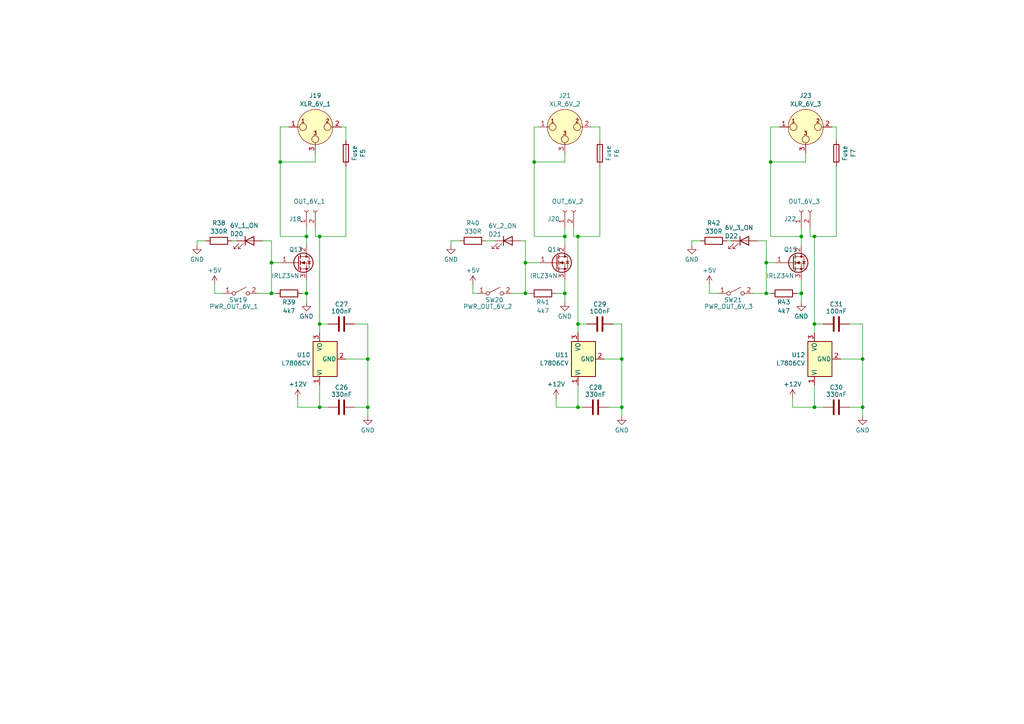
<source format=kicad_sch>
(kicad_sch (version 20231120) (generator "eeschema") (generator_version "8.0")
  (paper "A4")
  (lib_symbols
    (symbol "Connector:Conn_01x02_Socket" (pin_names (offset 1.016) hide)
      (property "Reference" "J" (at 0 2.54 0))
      (property "Value" "Conn_01x02_Socket" (at 0 -5.08 0))
      (symbol "Conn_01x02_Socket_1_1"
        (arc (start 0 -2.032) (mid -0.5058 -2.54) (end 0 -3.048) (stroke (width 0.1524)))
        (polyline (pts (xy -1.27 -2.54) (xy -0.508 -2.54)) (stroke (width 0.1524)))
        (polyline (pts (xy -1.27 0) (xy -0.508 0)) (stroke (width 0.1524)))
        (arc (start 0 0.508) (mid -0.5058 0) (end 0 -0.508) (stroke (width 0.1524)))
        (pin passive line (at -5.08 0 0) (length 3.81) (name "Pin_1") (number "1"))
        (pin passive line (at -5.08 -2.54 0) (length 3.81) (name "Pin_2") (number "2"))
      )
    )
    (symbol "Connector_Audio:XLR3" (pin_names hide)
      (property "Reference" "J" (at 0 8.89 0))
      (property "Value" "XLR3" (at 0 6.35 0))
      (symbol "XLR3_0_1"
        (circle (center -3.556 0) (radius 1.016))
        (circle (center 0 -3.556) (radius 1.016))
        (polyline (pts (xy -5.08 0) (xy -4.572 0)))
        (polyline (pts (xy 0 -5.08) (xy 0 -4.572)))
        (polyline (pts (xy 5.08 0) (xy 4.572 0)))
        (circle (center 0 0) (radius 5.08) (fill (type background)))
        (circle (center 3.556 0) (radius 1.016))
        (text "1" (at -3.556 1.778 0) (effects (font (size 1.016 1.016) (bold yes))))
        (text "2" (at 3.556 1.778 0) (effects (font (size 1.016 1.016) (bold yes))))
        (text "3" (at 0 -1.778 0) (effects (font (size 1.016 1.016) (bold yes))))
        (pin passive line (at -7.62 0 0) (length 2.54) (name "~") (number "1"))
        (pin passive line (at 7.62 0 180) (length 2.54) (name "~") (number "2"))
        (pin passive line (at 0 -7.62 90) (length 2.54) (name "~") (number "3"))
      )
    )
    (symbol "Device:C" (pin_numbers hide) (pin_names (offset 0.254))
      (property "Reference" "C" (at 0.635 2.54 0))
      (property "Value" "C" (at 0.635 -2.54 0))
      (symbol "C_0_1"
        (polyline (pts (xy -2.032 -0.762) (xy 2.032 -0.762)) (stroke (width 0.508)))
        (polyline (pts (xy -2.032 0.762) (xy 2.032 0.762)) (stroke (width 0.508)))
      )
      (symbol "C_1_1"
        (pin passive line (at 0 3.81 270) (length 2.794) (name "~") (number "1"))
        (pin passive line (at 0 -3.81 90) (length 2.794) (name "~") (number "2"))
      )
    )
    (symbol "Device:Fuse" (pin_numbers hide) (pin_names (offset 0))
      (property "Reference" "F" (at 2.032 0 90))
      (property "Value" "Fuse" (at -1.905 0 90))
      (symbol "Fuse_0_1"
        (rectangle (start -0.762 -2.54) (end 0.762 2.54) (stroke (width 0.254)))
        (polyline (pts (xy 0 2.54) (xy 0 -2.54)))
      )
      (symbol "Fuse_1_1"
        (pin passive line (at 0 3.81 270) (length 1.27) (name "~") (number "1"))
        (pin passive line (at 0 -3.81 90) (length 1.27) (name "~") (number "2"))
      )
    )
    (symbol "Device:LED" (pin_numbers hide) (pin_names (offset 1.016) hide)
      (property "Reference" "D" (at 0 2.54 0))
      (property "Value" "LED" (at 0 -2.54 0))
      (symbol "LED_0_1"
        (polyline (pts (xy -1.27 -1.27) (xy -1.27 1.27)) (stroke (width 0.254)))
        (polyline (pts (xy -1.27 0) (xy 1.27 0)))
        (polyline (pts (xy 1.27 -1.27) (xy 1.27 1.27) (xy -1.27 0) (xy 1.27 -1.27)) (stroke (width 0.254)))
        (polyline (pts (xy -3.048 -0.762) (xy -4.572 -2.286) (xy -3.81 -2.286) (xy -4.572 -2.286) (xy -4.572 -1.524)))
        (polyline (pts (xy -1.778 -0.762) (xy -3.302 -2.286) (xy -2.54 -2.286) (xy -3.302 -2.286) (xy -3.302 -1.524)))
      )
      (symbol "LED_1_1"
        (pin passive line (at -3.81 0 0) (length 2.54) (name "K") (number "1"))
        (pin passive line (at 3.81 0 180) (length 2.54) (name "A") (number "2"))
      )
    )
    (symbol "Device:R" (pin_numbers hide) (pin_names (offset 0))
      (property "Reference" "R" (at 2.032 0 90))
      (property "Value" "R" (at 0 0 90))
      (symbol "R_0_1"
        (rectangle (start -1.016 -2.54) (end 1.016 2.54) (stroke (width 0.254)))
      )
      (symbol "R_1_1"
        (pin passive line (at 0 3.81 270) (length 1.27) (name "~") (number "1"))
        (pin passive line (at 0 -3.81 90) (length 1.27) (name "~") (number "2"))
      )
    )
    (symbol "Regulator_Linear:LM7806_TO220" (pin_names (offset 0.254))
      (property "Reference" "U" (at -3.81 3.175 0))
      (property "Value" "LM7806_TO220" (at 0 3.175 0))
      (symbol "LM7806_TO220_0_1"
        (rectangle (start -5.08 1.905) (end 5.08 -5.08) (stroke (width 0.254)) (fill (type background)))
      )
      (symbol "LM7806_TO220_1_1"
        (pin power_in line (at -7.62 0 0) (length 2.54) (name "VI") (number "1"))
        (pin power_in line (at 0 -7.62 90) (length 2.54) (name "GND") (number "2"))
        (pin power_out line (at 7.62 0 180) (length 2.54) (name "VO") (number "3"))
      )
    )
    (symbol "Switch:SW_SPST" (pin_names (offset 0) hide)
      (property "Reference" "SW" (at 0 3.175 0))
      (property "Value" "SW_SPST" (at 0 -2.54 0))
      (symbol "SW_SPST_0_0"
        (circle (center -2.032 0) (radius 0.508))
        (polyline (pts (xy -1.524 0.254) (xy 1.524 1.778)))
        (circle (center 2.032 0) (radius 0.508))
      )
      (symbol "SW_SPST_1_1"
        (pin passive line (at -5.08 0 0) (length 2.54) (name "A") (number "1"))
        (pin passive line (at 5.08 0 180) (length 2.54) (name "B") (number "2"))
      )
    )
    (symbol "Transistor_FET:IRLZ34N" (pin_names hide)
      (property "Reference" "Q" (at 5.08 1.905 0))
      (property "Value" "IRLZ34N" (at 5.08 0 0))
      (symbol "IRLZ34N_0_1"
        (polyline (pts (xy 0.254 0) (xy -2.54 0)))
        (polyline (pts (xy 0.254 1.905) (xy 0.254 -1.905)) (stroke (width 0.254)))
        (polyline (pts (xy 0.762 -1.27) (xy 0.762 -2.286)) (stroke (width 0.254)))
        (polyline (pts (xy 0.762 0.508) (xy 0.762 -0.508)) (stroke (width 0.254)))
        (polyline (pts (xy 0.762 2.286) (xy 0.762 1.27)) (stroke (width 0.254)))
        (polyline (pts (xy 2.54 2.54) (xy 2.54 1.778)))
        (polyline (pts (xy 2.54 -2.54) (xy 2.54 0) (xy 0.762 0)))
        (polyline (pts (xy 0.762 -1.778) (xy 3.302 -1.778) (xy 3.302 1.778) (xy 0.762 1.778)))
        (polyline (pts (xy 1.016 0) (xy 2.032 0.381) (xy 2.032 -0.381) (xy 1.016 0)) (fill (type outline)))
        (polyline (pts (xy 2.794 0.508) (xy 2.921 0.381) (xy 3.683 0.381) (xy 3.81 0.254)))
        (polyline (pts (xy 3.302 0.381) (xy 2.921 -0.254) (xy 3.683 -0.254) (xy 3.302 0.381)))
        (circle (center 1.651 0) (radius 2.794) (stroke (width 0.254)))
        (circle (center 2.54 -1.778) (radius 0.254) (fill (type outline)))
        (circle (center 2.54 1.778) (radius 0.254) (fill (type outline)))
      )
      (symbol "IRLZ34N_1_1"
        (pin input line (at -5.08 0 0) (length 2.54) (name "G") (number "1"))
        (pin passive line (at 2.54 5.08 270) (length 2.54) (name "D") (number "2"))
        (pin passive line (at 2.54 -5.08 90) (length 2.54) (name "S") (number "3"))
      )
    )
    (symbol "power:+12V" (power) (pin_names (offset 0))
      (property "Value" "+12V" (at 0 3.556 0))
      (symbol "+12V_0_1"
        (polyline (pts (xy -0.762 1.27) (xy 0 2.54)))
        (polyline (pts (xy 0 0) (xy 0 2.54)))
        (polyline (pts (xy 0 2.54) (xy 0.762 1.27)))
      )
      (symbol "+12V_1_1"
        (pin power_in line (at 0 0 90) (length 0) hide (name "+12V") (number "1"))
      )
    )
    (symbol "power:+5V" (power) (pin_names (offset 0))
      (property "Value" "+5V" (at 0 3.556 0))
      (symbol "+5V_0_1"
        (polyline (pts (xy -0.762 1.27) (xy 0 2.54)))
        (polyline (pts (xy 0 0) (xy 0 2.54)))
        (polyline (pts (xy 0 2.54) (xy 0.762 1.27)))
      )
      (symbol "+5V_1_1"
        (pin power_in line (at 0 0 90) (length 0) hide (name "+5V") (number "1"))
      )
    )
    (symbol "power:GND" (power) (pin_names (offset 0))
      (property "Value" "GND" (at 0 -3.81 0))
      (symbol "GND_0_1"
        (polyline (pts (xy 0 0) (xy 0 -1.27) (xy 1.27 -1.27) (xy 0 -2.54) (xy -1.27 -1.27) (xy 0 -1.27)))
      )
      (symbol "GND_1_1"
        (pin power_in line (at 0 0 270) (length 0) hide (name "GND") (number "1"))
      )
    )
  )
  (junction (at 152.4 85.09))
  (junction (at 163.83 85.09))
  (junction (at 78.74 85.09))
  (junction (at 250.19 118.11))
  (junction (at 180.34 104.14))
  (junction (at 152.4 76.2))
  (junction (at 154.94 46.99))
  (junction (at 167.64 118.11))
  (junction (at 236.22 68.58))
  (junction (at 250.19 104.14))
  (junction (at 223.52 46.99))
  (junction (at 232.41 85.09))
  (junction (at 236.22 93.98))
  (junction (at 222.25 85.09))
  (junction (at 106.68 104.14))
  (junction (at 92.71 118.11))
  (junction (at 167.64 93.98))
  (junction (at 167.64 68.58))
  (junction (at 81.28 46.99))
  (junction (at 92.71 93.98))
  (junction (at 88.9 68.58))
  (junction (at 106.68 118.11))
  (junction (at 232.41 68.58))
  (junction (at 78.74 76.2))
  (junction (at 88.9 85.09))
  (junction (at 180.34 118.11))
  (junction (at 236.22 118.11))
  (junction (at 163.83 68.58))
  (junction (at 92.71 68.58))
  (junction (at 222.25 76.2))
  (wire (pts (xy 223.52 36.83) (xy 226.06 36.83)))
  (wire (pts (xy 92.71 68.58) (xy 91.44 68.58)))
  (wire (pts (xy 233.68 44.45) (xy 233.68 46.99)))
  (wire (pts (xy 163.83 44.45) (xy 163.83 46.99)))
  (wire (pts (xy 57.15 69.85) (xy 57.15 71.12)))
  (wire (pts (xy 87.63 85.09) (xy 88.9 85.09)))
  (wire (pts (xy 78.74 76.2) (xy 78.74 85.09)))
  (wire (pts (xy 91.44 46.99) (xy 81.28 46.99)))
  (wire (pts (xy 88.9 71.12) (xy 88.9 68.58)))
  (wire (pts (xy 250.19 104.14) (xy 250.19 118.11)))
  (wire (pts (xy 236.22 111.76) (xy 236.22 118.11)))
  (wire (pts (xy 102.87 118.11) (xy 106.68 118.11)))
  (wire (pts (xy 250.19 93.98) (xy 246.38 93.98)))
  (wire (pts (xy 234.95 66.04) (xy 234.95 68.58)))
  (wire (pts (xy 232.41 85.09) (xy 232.41 87.63)))
  (wire (pts (xy 163.83 81.28) (xy 163.83 85.09)))
  (wire (pts (xy 242.57 68.58) (xy 242.57 48.26)))
  (wire (pts (xy 219.71 69.85) (xy 222.25 69.85)))
  (wire (pts (xy 233.68 46.99) (xy 223.52 46.99)))
  (wire (pts (xy 167.64 93.98) (xy 170.18 93.98)))
  (wire (pts (xy 250.19 118.11) (xy 250.19 120.65)))
  (wire (pts (xy 100.33 104.14) (xy 106.68 104.14)))
  (wire (pts (xy 236.22 68.58) (xy 242.57 68.58)))
  (wire (pts (xy 106.68 118.11) (xy 106.68 120.65)))
  (wire (pts (xy 140.97 69.85) (xy 143.51 69.85)))
  (wire (pts (xy 106.68 93.98) (xy 102.87 93.98)))
  (wire (pts (xy 130.81 69.85) (xy 130.81 71.12)))
  (wire (pts (xy 224.79 76.2) (xy 222.25 76.2)))
  (wire (pts (xy 232.41 66.04) (xy 232.41 68.58)))
  (wire (pts (xy 81.28 36.83) (xy 83.82 36.83)))
  (wire (pts (xy 223.52 68.58) (xy 223.52 46.99)))
  (wire (pts (xy 92.71 111.76) (xy 92.71 118.11)))
  (wire (pts (xy 78.74 69.85) (xy 78.74 76.2)))
  (wire (pts (xy 92.71 96.52) (xy 92.71 93.98)))
  (wire (pts (xy 173.99 68.58) (xy 173.99 48.26)))
  (wire (pts (xy 203.2 69.85) (xy 200.66 69.85)))
  (wire (pts (xy 163.83 46.99) (xy 154.94 46.99)))
  (wire (pts (xy 138.43 85.09) (xy 137.16 85.09)))
  (wire (pts (xy 152.4 85.09) (xy 153.67 85.09)))
  (wire (pts (xy 236.22 93.98) (xy 238.76 93.98)))
  (wire (pts (xy 180.34 104.14) (xy 180.34 93.98)))
  (wire (pts (xy 246.38 118.11) (xy 250.19 118.11)))
  (wire (pts (xy 243.84 104.14) (xy 250.19 104.14)))
  (wire (pts (xy 210.82 69.85) (xy 212.09 69.85)))
  (wire (pts (xy 92.71 68.58) (xy 100.33 68.58)))
  (wire (pts (xy 88.9 66.04) (xy 88.9 68.58)))
  (wire (pts (xy 154.94 68.58) (xy 154.94 46.99)))
  (wire (pts (xy 152.4 69.85) (xy 152.4 76.2)))
  (wire (pts (xy 106.68 104.14) (xy 106.68 118.11)))
  (wire (pts (xy 151.13 69.85) (xy 152.4 69.85)))
  (wire (pts (xy 171.45 36.83) (xy 173.99 36.83)))
  (wire (pts (xy 148.59 85.09) (xy 152.4 85.09)))
  (wire (pts (xy 234.95 68.58) (xy 236.22 68.58)))
  (wire (pts (xy 91.44 66.04) (xy 91.44 68.58)))
  (wire (pts (xy 161.29 118.11) (xy 167.64 118.11)))
  (wire (pts (xy 229.87 118.11) (xy 236.22 118.11)))
  (wire (pts (xy 92.71 68.58) (xy 92.71 93.98)))
  (wire (pts (xy 218.44 85.09) (xy 222.25 85.09)))
  (wire (pts (xy 166.37 66.04) (xy 166.37 68.58)))
  (wire (pts (xy 223.52 46.99) (xy 223.52 36.83)))
  (wire (pts (xy 92.71 118.11) (xy 95.25 118.11)))
  (wire (pts (xy 81.28 68.58) (xy 81.28 46.99)))
  (wire (pts (xy 200.66 69.85) (xy 200.66 71.12)))
  (wire (pts (xy 236.22 96.52) (xy 236.22 93.98)))
  (wire (pts (xy 173.99 36.83) (xy 173.99 40.64)))
  (wire (pts (xy 250.19 104.14) (xy 250.19 93.98)))
  (wire (pts (xy 231.14 85.09) (xy 232.41 85.09)))
  (wire (pts (xy 62.23 85.09) (xy 62.23 82.55)))
  (wire (pts (xy 88.9 85.09) (xy 88.9 87.63)))
  (wire (pts (xy 106.68 104.14) (xy 106.68 93.98)))
  (wire (pts (xy 76.2 69.85) (xy 78.74 69.85)))
  (wire (pts (xy 154.94 68.58) (xy 163.83 68.58)))
  (wire (pts (xy 88.9 81.28) (xy 88.9 85.09)))
  (wire (pts (xy 176.53 118.11) (xy 180.34 118.11)))
  (wire (pts (xy 229.87 115.57) (xy 229.87 118.11)))
  (wire (pts (xy 223.52 68.58) (xy 232.41 68.58)))
  (wire (pts (xy 167.64 96.52) (xy 167.64 93.98)))
  (wire (pts (xy 92.71 93.98) (xy 95.25 93.98)))
  (wire (pts (xy 175.26 104.14) (xy 180.34 104.14)))
  (wire (pts (xy 167.64 111.76) (xy 167.64 118.11)))
  (wire (pts (xy 205.74 85.09) (xy 205.74 82.55)))
  (wire (pts (xy 167.64 68.58) (xy 167.64 93.98)))
  (wire (pts (xy 236.22 68.58) (xy 236.22 93.98)))
  (wire (pts (xy 180.34 118.11) (xy 180.34 120.65)))
  (wire (pts (xy 67.31 69.85) (xy 68.58 69.85)))
  (wire (pts (xy 156.21 76.2) (xy 152.4 76.2)))
  (wire (pts (xy 163.83 66.04) (xy 163.83 68.58)))
  (wire (pts (xy 163.83 68.58) (xy 163.83 71.12)))
  (wire (pts (xy 64.77 85.09) (xy 62.23 85.09)))
  (wire (pts (xy 154.94 46.99) (xy 154.94 36.83)))
  (wire (pts (xy 161.29 115.57) (xy 161.29 118.11)))
  (wire (pts (xy 86.36 115.57) (xy 86.36 118.11)))
  (wire (pts (xy 180.34 104.14) (xy 180.34 118.11)))
  (wire (pts (xy 167.64 118.11) (xy 168.91 118.11)))
  (wire (pts (xy 74.93 85.09) (xy 78.74 85.09)))
  (wire (pts (xy 161.29 85.09) (xy 163.83 85.09)))
  (wire (pts (xy 222.25 69.85) (xy 222.25 76.2)))
  (wire (pts (xy 59.69 69.85) (xy 57.15 69.85)))
  (wire (pts (xy 167.64 68.58) (xy 173.99 68.58)))
  (wire (pts (xy 152.4 76.2) (xy 152.4 85.09)))
  (wire (pts (xy 78.74 85.09) (xy 80.01 85.09)))
  (wire (pts (xy 88.9 68.58) (xy 81.28 68.58)))
  (wire (pts (xy 232.41 81.28) (xy 232.41 85.09)))
  (wire (pts (xy 100.33 36.83) (xy 100.33 40.64)))
  (wire (pts (xy 208.28 85.09) (xy 205.74 85.09)))
  (wire (pts (xy 91.44 44.45) (xy 91.44 46.99)))
  (wire (pts (xy 232.41 68.58) (xy 232.41 71.12)))
  (wire (pts (xy 99.06 36.83) (xy 100.33 36.83)))
  (wire (pts (xy 242.57 36.83) (xy 242.57 40.64)))
  (wire (pts (xy 241.3 36.83) (xy 242.57 36.83)))
  (wire (pts (xy 180.34 93.98) (xy 177.8 93.98)))
  (wire (pts (xy 222.25 85.09) (xy 223.52 85.09)))
  (wire (pts (xy 236.22 118.11) (xy 238.76 118.11)))
  (wire (pts (xy 137.16 85.09) (xy 137.16 82.55)))
  (wire (pts (xy 163.83 85.09) (xy 163.83 87.63)))
  (wire (pts (xy 222.25 76.2) (xy 222.25 85.09)))
  (wire (pts (xy 81.28 76.2) (xy 78.74 76.2)))
  (wire (pts (xy 86.36 118.11) (xy 92.71 118.11)))
  (wire (pts (xy 154.94 36.83) (xy 156.21 36.83)))
  (wire (pts (xy 81.28 46.99) (xy 81.28 36.83)))
  (wire (pts (xy 166.37 68.58) (xy 167.64 68.58)))
  (wire (pts (xy 100.33 68.58) (xy 100.33 48.26)))
  (wire (pts (xy 133.35 69.85) (xy 130.81 69.85)))
  (symbol (lib_id "power:GND") (at 232.41 87.63 0) (unit 1)
    (property "Reference" "#PWR074" (effects (hide yes)))
    (property "Value" "GND" (at 232.41 91.7631 0))
  )
  (symbol (lib_id "power:+12V") (at 229.87 115.57 0) (unit 1)
    (property "Reference" "#PWR073" (effects (hide yes)))
    (property "Value" "+12V" (at 229.87 111.4369 0))
  )
  (symbol (lib_id "power:GND") (at 180.34 120.65 0) (unit 1)
    (property "Reference" "#PWR070" (effects (hide yes)))
    (property "Value" "GND" (at 180.34 124.7831 0))
  )
  (symbol (lib_id "Transistor_FET:IRLZ34N") (at 229.87 76.2 0) (unit 1)
    (property "Reference" "Q15" (at 227.33 72.39 0) (effects (justify left)))
    (property "Value" "IRLZ34N" (at 222.25 80.01 0) (effects (justify left)))
    (property "Footprint" "Package_TO_SOT_THT:TO-220-3_Vertical" (effects (hide yes)))
    (property "Datasheet" "http://www.infineon.com/dgdl/irlz34npbf.pdf?fileId=5546d462533600a40153567206892720" (effects (hide yes)))
  )
  (symbol (lib_id "power:+12V") (at 86.36 115.57 0) (unit 1)
    (property "Reference" "#PWR063" (effects (hide yes)))
    (property "Value" "+12V" (at 86.36 111.4369 0))
  )
  (symbol (lib_id "power:+5V") (at 62.23 82.55 0) (unit 1)
    (property "Reference" "#PWR062" (effects (hide yes)))
    (property "Value" "+5V" (at 62.23 78.4169 0))
  )
  (symbol (lib_id "Switch:SW_SPST") (at 143.51 85.09 0) (unit 1)
    (property "Reference" "SW20" (at 146.05 86.995 0) (effects (justify right)))
    (property "Value" "PWR_OUT_6V_2" (at 148.59 88.9 0) (effects (justify right)))
    (property "Footprint" "Connector_PinHeader_2.54mm:PinHeader_1x02_P2.54mm_Vertical" (effects (hide yes)))
  )
  (symbol (lib_id "Device:Fuse") (at 173.99 44.45 0) (unit 1) (in_bom no) (on_board no)
    (property "Reference" "F6" (at 178.8963 44.45 90))
    (property "Value" "Fuse" (at 176.4721 44.45 90))
    (property "Footprint" "Connector_Wire:SolderWire-1sqmm_1x02_P5.4mm_D1.4mm_OD2.7mm" (effects (hide yes)))
  )
  (symbol (lib_id "Connector_Audio:XLR3") (at 91.44 36.83 0) (unit 1) (in_bom no) (on_board no)
    (property "Reference" "J19" (at 91.44 27.7327 0))
    (property "Value" "XLR_6V_1" (at 91.44 30.1569 0))
    (property "Datasheet" " ~" (effects (hide yes)))
  )
  (symbol (lib_id "Device:LED") (at 215.9 69.85 0) (unit 1)
    (property "Reference" "D22" (at 210.185 68.4642 0) (effects (justify left)))
    (property "Value" "6V_3_ON" (at 210.185 66.04 0) (effects (justify left)))
    (property "Footprint" "Connector_PinHeader_2.54mm:PinHeader_1x02_P2.54mm_Vertical" (effects (hide yes)))
  )
  (symbol (lib_id "Device:C") (at 173.99 93.98 270) (mirror x) (unit 1)
    (property "Reference" "C29" (at 173.99 88.241 90))
    (property "Value" "100nF" (at 173.99 90.289 90))
    (property "Footprint" "Capacitor_SMD:C_1206_3216Metric_Pad1.33x1.80mm_HandSolder" (effects (hide yes)))
  )
  (symbol (lib_id "Device:R") (at 157.48 85.09 90) (unit 1)
    (property "Reference" "R41" (at 157.48 87.63 90))
    (property "Value" "4k7" (at 157.48 90.17 90))
    (property "Footprint" "Resistor_SMD:R_1206_3216Metric_Pad1.30x1.75mm_HandSolder" (effects (hide yes)))
  )
  (symbol (lib_id "Device:R") (at 137.16 69.85 90) (unit 1)
    (property "Reference" "R40" (at 137.16 64.6897 90))
    (property "Value" "330R" (at 137.16 67.1139 90))
    (property "Footprint" "Resistor_SMD:R_1206_3216Metric_Pad1.30x1.75mm_HandSolder" (effects (hide yes)))
  )
  (symbol (lib_id "Switch:SW_SPST") (at 69.85 85.09 0) (unit 1)
    (property "Reference" "SW19" (at 71.755 86.995 0) (effects (justify right)))
    (property "Value" "PWR_OUT_6V_1" (at 74.93 88.9 0) (effects (justify right)))
    (property "Footprint" "Connector_PinHeader_2.54mm:PinHeader_1x02_P2.54mm_Vertical" (effects (hide yes)))
  )
  (symbol (lib_id "Connector:Conn_01x02_Socket") (at 232.41 60.96 90) (unit 1)
    (property "Reference" "J22" (at 227.33 63.5 90) (effects (justify right)))
    (property "Value" "OUT_6V_3" (at 228.6 58.42 90) (effects (justify right)))
    (property "Footprint" "Connector_Wire:SolderWire-1sqmm_1x02_P5.4mm_D1.4mm_OD2.7mm" (effects (hide yes)))
  )
  (symbol (lib_id "Device:R") (at 227.33 85.09 90) (unit 1)
    (property "Reference" "R43" (at 227.33 87.63 90))
    (property "Value" "4k7" (at 227.33 90.17 90))
    (property "Footprint" "Resistor_SMD:R_1206_3216Metric_Pad1.30x1.75mm_HandSolder" (effects (hide yes)))
  )
  (symbol (lib_id "Device:LED") (at 72.39 69.85 0) (unit 1)
    (property "Reference" "D20" (at 66.675 67.8292 0) (effects (justify left)))
    (property "Value" "6V_1_ON" (at 66.675 65.405 0) (effects (justify left)))
    (property "Footprint" "Connector_PinHeader_2.54mm:PinHeader_1x02_P2.54mm_Vertical" (effects (hide yes)))
  )
  (symbol (lib_id "Switch:SW_SPST") (at 213.36 85.09 0) (unit 1)
    (property "Reference" "SW21" (at 215.265 86.995 0) (effects (justify right)))
    (property "Value" "PWR_OUT_6V_3" (at 218.44 88.9 0) (effects (justify right)))
    (property "Footprint" "Connector_PinHeader_2.54mm:PinHeader_1x02_P2.54mm_Vertical" (effects (hide yes)))
  )
  (symbol (lib_id "Connector_Audio:XLR3") (at 233.68 36.83 0) (unit 1) (in_bom no) (on_board no)
    (property "Reference" "J23" (at 233.68 27.7327 0))
    (property "Value" "XLR_6V_3" (at 233.68 30.1569 0))
    (property "Datasheet" " ~" (effects (hide yes)))
  )
  (symbol (lib_id "power:+5V") (at 137.16 82.55 0) (unit 1)
    (property "Reference" "#PWR067" (effects (hide yes)))
    (property "Value" "+5V" (at 137.16 78.4169 0))
  )
  (symbol (lib_id "Device:Fuse") (at 100.33 44.45 0) (unit 1) (in_bom no) (on_board no)
    (property "Reference" "F5" (at 105.2363 44.45 90))
    (property "Value" "Fuse" (at 102.8121 44.45 90))
    (property "Footprint" "Connector_Wire:SolderWire-1sqmm_1x02_P5.4mm_D1.4mm_OD2.7mm" (effects (hide yes)))
  )
  (symbol (lib_id "power:GND") (at 163.83 87.63 0) (unit 1)
    (property "Reference" "#PWR069" (effects (hide yes)))
    (property "Value" "GND" (at 163.83 91.7631 0))
  )
  (symbol (lib_id "Transistor_FET:IRLZ34N") (at 86.36 76.2 0) (unit 1)
    (property "Reference" "Q13" (at 83.82 72.39 0) (effects (justify left)))
    (property "Value" "IRLZ34N" (at 78.74 80.01 0) (effects (justify left)))
    (property "Footprint" "Package_TO_SOT_THT:TO-220-3_Vertical" (effects (hide yes)))
    (property "Datasheet" "http://www.infineon.com/dgdl/irlz34npbf.pdf?fileId=5546d462533600a40153567206892720" (effects (hide yes)))
  )
  (symbol (lib_id "Transistor_FET:IRLZ34N") (at 161.29 76.2 0) (unit 1)
    (property "Reference" "Q14" (at 158.75 72.39 0) (effects (justify left)))
    (property "Value" "IRLZ34N" (at 153.67 80.01 0) (effects (justify left)))
    (property "Footprint" "Package_TO_SOT_THT:TO-220-3_Vertical" (effects (hide yes)))
    (property "Datasheet" "http://www.infineon.com/dgdl/irlz34npbf.pdf?fileId=5546d462533600a40153567206892720" (effects (hide yes)))
  )
  (symbol (lib_id "Device:LED") (at 147.32 69.85 0) (unit 1)
    (property "Reference" "D21" (at 141.605 67.945 0) (effects (justify left)))
    (property "Value" "6V_2_ON" (at 141.605 65.5208 0) (effects (justify left)))
    (property "Footprint" "Connector_PinHeader_2.54mm:PinHeader_1x02_P2.54mm_Vertical" (effects (hide yes)))
  )
  (symbol (lib_id "power:GND") (at 57.15 71.12 0) (unit 1)
    (property "Reference" "#PWR061" (effects (hide yes)))
    (property "Value" "GND" (at 57.15 75.2531 0))
  )
  (symbol (lib_id "power:GND") (at 200.66 71.12 0) (unit 1)
    (property "Reference" "#PWR071" (effects (hide yes)))
    (property "Value" "GND" (at 200.66 75.2531 0))
  )
  (symbol (lib_id "Device:C") (at 172.72 118.11 90) (unit 1)
    (property "Reference" "C28" (at 172.72 112.371 90))
    (property "Value" "330nF" (at 172.72 114.419 90))
    (property "Footprint" "Capacitor_SMD:C_1206_3216Metric_Pad1.33x1.80mm_HandSolder" (effects (hide yes)))
  )
  (symbol (lib_id "power:GND") (at 250.19 120.65 0) (unit 1)
    (property "Reference" "#PWR075" (effects (hide yes)))
    (property "Value" "GND" (at 250.19 124.7831 0))
  )
  (symbol (lib_id "power:GND") (at 88.9 87.63 0) (unit 1)
    (property "Reference" "#PWR064" (effects (hide yes)))
    (property "Value" "GND" (at 88.9 91.7631 0))
  )
  (symbol (lib_id "power:GND") (at 106.68 120.65 0) (unit 1)
    (property "Reference" "#PWR065" (effects (hide yes)))
    (property "Value" "GND" (at 106.68 124.7831 0))
  )
  (symbol (lib_id "Connector_Audio:XLR3") (at 163.83 36.83 0) (unit 1) (in_bom no) (on_board no)
    (property "Reference" "J21" (at 163.83 27.7327 0))
    (property "Value" "XLR_6V_2" (at 163.83 30.1569 0))
    (property "Datasheet" " ~" (effects (hide yes)))
  )
  (symbol (lib_id "power:+5V") (at 205.74 82.55 0) (unit 1)
    (property "Reference" "#PWR072" (effects (hide yes)))
    (property "Value" "+5V" (at 205.74 78.4169 0))
  )
  (symbol (lib_id "Device:C") (at 242.57 93.98 270) (mirror x) (unit 1)
    (property "Reference" "C31" (at 242.57 88.241 90))
    (property "Value" "100nF" (at 242.57 90.289 90))
    (property "Footprint" "Capacitor_SMD:C_1206_3216Metric_Pad1.33x1.80mm_HandSolder" (effects (hide yes)))
  )
  (symbol (lib_id "Device:R") (at 83.82 85.09 90) (unit 1)
    (property "Reference" "R39" (at 83.82 87.63 90))
    (property "Value" "4k7" (at 83.82 90.17 90))
    (property "Footprint" "Resistor_SMD:R_1206_3216Metric_Pad1.30x1.75mm_HandSolder" (effects (hide yes)))
  )
  (symbol (lib_id "Device:C") (at 99.06 118.11 90) (unit 1)
    (property "Reference" "C26" (at 99.06 112.371 90))
    (property "Value" "330nF" (at 99.06 114.419 90))
    (property "Footprint" "Capacitor_SMD:C_1206_3216Metric_Pad1.33x1.80mm_HandSolder" (effects (hide yes)))
  )
  (symbol (lib_id "Device:R") (at 207.01 69.85 90) (unit 1)
    (property "Reference" "R42" (at 207.01 64.6897 90))
    (property "Value" "330R" (at 207.01 67.1139 90))
    (property "Footprint" "Resistor_SMD:R_1206_3216Metric_Pad1.30x1.75mm_HandSolder" (effects (hide yes)))
  )
  (symbol (lib_id "Regulator_Linear:LM7806_TO220") (at 236.22 104.14 90) (unit 1)
    (property "Reference" "U12" (at 233.5531 102.9279 90) (effects (justify left)))
    (property "Value" "L7806CV" (at 233.5531 105.3521 90) (effects (justify left)))
    (property "Footprint" "Package_TO_SOT_THT:TO-220-3_Vertical" (effects (hide yes)))
    (property "Datasheet" "https://www.onsemi.cn/PowerSolutions/document/MC7800-D.PDF" (effects (hide yes)))
  )
  (symbol (lib_id "Device:C") (at 99.06 93.98 270) (mirror x) (unit 1)
    (property "Reference" "C27" (at 99.06 88.241 90))
    (property "Value" "100nF" (at 99.06 90.289 90))
    (property "Footprint" "Capacitor_SMD:C_1206_3216Metric_Pad1.33x1.80mm_HandSolder" (effects (hide yes)))
  )
  (symbol (lib_id "Connector:Conn_01x02_Socket") (at 88.9 60.96 90) (unit 1)
    (property "Reference" "J18" (at 83.82 63.5 90) (effects (justify right)))
    (property "Value" "OUT_6V_1" (at 85.09 58.42 90) (effects (justify right)))
    (property "Footprint" "Connector_Wire:SolderWire-1sqmm_1x02_P5.4mm_D1.4mm_OD2.7mm" (effects (hide yes)))
  )
  (symbol (lib_id "Device:C") (at 242.57 118.11 90) (unit 1)
    (property "Reference" "C30" (at 242.57 112.371 90))
    (property "Value" "330nF" (at 242.57 114.419 90))
    (property "Footprint" "Capacitor_SMD:C_1206_3216Metric_Pad1.33x1.80mm_HandSolder" (effects (hide yes)))
  )
  (symbol (lib_id "power:GND") (at 130.81 71.12 0) (unit 1)
    (property "Reference" "#PWR066" (effects (hide yes)))
    (property "Value" "GND" (at 130.81 75.2531 0))
  )
  (symbol (lib_id "Device:Fuse") (at 242.57 44.45 0) (unit 1) (in_bom no) (on_board no)
    (property "Reference" "F7" (at 247.4763 44.45 90))
    (property "Value" "Fuse" (at 245.0521 44.45 90))
    (property "Footprint" "Connector_Wire:SolderWire-1sqmm_1x02_P5.4mm_D1.4mm_OD2.7mm" (effects (hide yes)))
  )
  (symbol (lib_id "Connector:Conn_01x02_Socket") (at 163.83 60.96 90) (unit 1)
    (property "Reference" "J20" (at 158.75 63.5 90) (effects (justify right)))
    (property "Value" "OUT_6V_2" (at 160.02 58.42 90) (effects (justify right)))
    (property "Footprint" "Connector_Wire:SolderWire-1sqmm_1x02_P5.4mm_D1.4mm_OD2.7mm" (effects (hide yes)))
  )
  (symbol (lib_id "power:+12V") (at 161.29 115.57 0) (unit 1)
    (property "Reference" "#PWR068" (effects (hide yes)))
    (property "Value" "+12V" (at 161.29 111.4369 0))
  )
  (symbol (lib_id "Device:R") (at 63.5 69.85 90) (unit 1)
    (property "Reference" "R38" (at 63.5 64.6897 90))
    (property "Value" "330R" (at 63.5 67.1139 90))
    (property "Footprint" "Resistor_SMD:R_1206_3216Metric_Pad1.30x1.75mm_HandSolder" (effects (hide yes)))
  )
  (symbol (lib_id "Regulator_Linear:LM7806_TO220") (at 167.64 104.14 90) (unit 1)
    (property "Reference" "U11" (at 164.9731 102.9279 90) (effects (justify left)))
    (property "Value" "L7806CV" (at 164.9731 105.3521 90) (effects (justify left)))
    (property "Footprint" "Package_TO_SOT_THT:TO-220-3_Vertical" (effects (hide yes)))
    (property "Datasheet" "https://www.onsemi.cn/PowerSolutions/document/MC7800-D.PDF" (effects (hide yes)))
  )
  (symbol (lib_id "Regulator_Linear:LM7806_TO220") (at 92.71 104.14 90) (unit 1)
    (property "Reference" "U10" (at 90.0431 102.9279 90) (effects (justify left)))
    (property "Value" "L7806CV" (at 90.0431 105.3521 90) (effects (justify left)))
    (property "Footprint" "Package_TO_SOT_THT:TO-220-3_Vertical" (effects (hide yes)))
    (property "Datasheet" "https://www.onsemi.cn/PowerSolutions/document/MC7800-D.PDF" (effects (hide yes)))
  )
)
</source>
